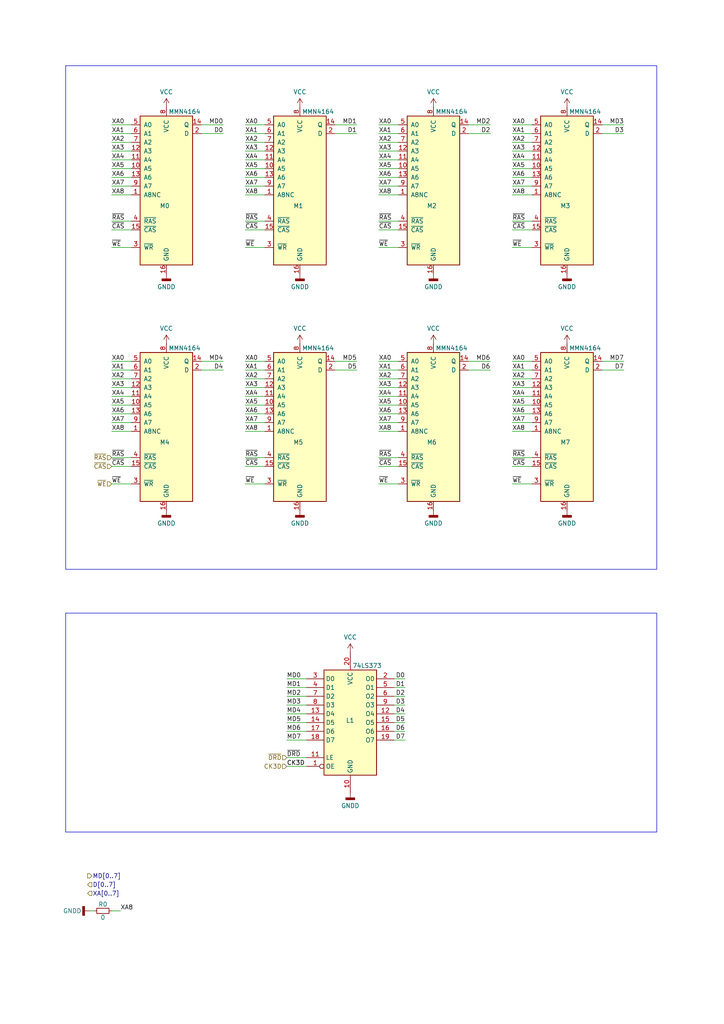
<source format=kicad_sch>
(kicad_sch (version 20231120) (generator "eeschema") (generator_version "8.0")
  (paper "A4" portrait)
  (title_block (title "Turbo Spectrum ( CoBra 2 ) ") (company "© 2022 The Cismas Foundation"))
  (lib_symbols
    (symbol "74xx:74LS373"
      (property "Reference" "U" (at -7.62 16.51 0))
      (property "Value" "74LS373" (at -7.62 -16.51 0))
      (symbol "74LS373_1_0"
        (pin input inverted (at -12.7 -12.7 0) (length 5.08) (name "OE") (number "1"))
        (pin power_in line (at 0 -20.32 90) (length 5.08) (name "GND") (number "10"))
        (pin input line (at -12.7 -10.16 0) (length 5.08) (name "LE") (number "11"))
        (pin tri_state line (at 12.7 2.54 180) (length 5.08) (name "O4") (number "12"))
        (pin input line (at -12.7 2.54 0) (length 5.08) (name "D4") (number "13"))
        (pin input line (at -12.7 0 0) (length 5.08) (name "D5") (number "14"))
        (pin tri_state line (at 12.7 0 180) (length 5.08) (name "O5") (number "15"))
        (pin tri_state line (at 12.7 -2.54 180) (length 5.08) (name "O6") (number "16"))
        (pin input line (at -12.7 -2.54 0) (length 5.08) (name "D6") (number "17"))
        (pin input line (at -12.7 -5.08 0) (length 5.08) (name "D7") (number "18"))
        (pin tri_state line (at 12.7 -5.08 180) (length 5.08) (name "O7") (number "19"))
        (pin tri_state line (at 12.7 12.7 180) (length 5.08) (name "O0") (number "2"))
        (pin power_in line (at 0 20.32 270) (length 5.08) (name "VCC") (number "20"))
        (pin input line (at -12.7 12.7 0) (length 5.08) (name "D0") (number "3"))
        (pin input line (at -12.7 10.16 0) (length 5.08) (name "D1") (number "4"))
        (pin tri_state line (at 12.7 10.16 180) (length 5.08) (name "O1") (number "5"))
        (pin tri_state line (at 12.7 7.62 180) (length 5.08) (name "O2") (number "6"))
        (pin input line (at -12.7 7.62 0) (length 5.08) (name "D2") (number "7"))
        (pin input line (at -12.7 5.08 0) (length 5.08) (name "D3") (number "8"))
        (pin tri_state line (at 12.7 5.08 180) (length 5.08) (name "O3") (number "9"))
      )
      (symbol "74LS373_1_1"
        (rectangle (start -7.62 15.24) (end 7.62 -15.24) (stroke (width 0.254)) (fill (type background)))
      )
    )
    (symbol "Cobra_original:MMN4164" (pin_names (offset 1.016))
      (property "Reference" "U24" (at -5.08 -3.175 0))
      (property "Value" "MMN4164" (at 1.905 -3.175 0))
      (symbol "MMN4164_1_1"
        (rectangle (start -7.62 25.4) (end 7.62 -17.78) (stroke (width 0.254)) (fill (type background)))
        (pin input line (at -10.16 2.54 0) (length 2.54) (name "A8NC") (number "1"))
        (pin input line (at -10.16 10.16 0) (length 2.54) (name "A5") (number "10"))
        (pin input line (at -10.16 12.7 0) (length 2.54) (name "A4") (number "11"))
        (pin input line (at -10.16 15.24 0) (length 2.54) (name "A3") (number "12"))
        (pin input line (at -10.16 7.62 0) (length 2.54) (name "A6") (number "13"))
        (pin tri_state line (at 10.16 22.86 180) (length 2.54) (name "Q") (number "14"))
        (pin input line (at -10.16 -7.62 0) (length 2.54) (name "~{CAS}") (number "15"))
        (pin power_in line (at 0 -20.32 90) (length 2.54) (name "GND") (number "16"))
        (pin tri_state line (at 10.16 20.32 180) (length 2.54) (name "D") (number "2"))
        (pin input line (at -10.16 -12.7 0) (length 2.54) (name "~{WR}") (number "3"))
        (pin input line (at -10.16 -5.08 0) (length 2.54) (name "~{RAS}") (number "4"))
        (pin input line (at -10.16 22.86 0) (length 2.54) (name "A0") (number "5"))
        (pin input line (at -10.16 20.32 0) (length 2.54) (name "A1") (number "6"))
        (pin input line (at -10.16 17.78 0) (length 2.54) (name "A2") (number "7"))
        (pin power_in line (at 0 27.94 270) (length 2.54) (name "VCC") (number "8"))
        (pin input line (at -10.16 5.08 0) (length 2.54) (name "A7") (number "9"))
      )
    )
    (symbol "Device:R_Small" (pin_numbers hide) (pin_names (offset 0.254) hide)
      (property "Reference" "R" (at 0.762 0.508 0))
      (property "Value" "R_Small" (at 0.762 -1.016 0))
      (symbol "R_Small_0_1"
        (rectangle (start -0.762 1.778) (end 0.762 -1.778) (stroke (width 0.2032)))
      )
      (symbol "R_Small_1_1"
        (pin passive line (at 0 2.54 270) (length 0.762) (name "~") (number "1"))
        (pin passive line (at 0 -2.54 90) (length 0.762) (name "~") (number "2"))
      )
    )
    (symbol "power:GNDD" (power) (pin_numbers hide) (pin_names (offset 0) hide)
      (property "Value" "GNDD" (at 0 -3.175 0))
      (symbol "GNDD_0_1"
        (rectangle (start -1.27 -1.524) (end 1.27 -2.032) (stroke (width 0.254)) (fill (type outline)))
        (polyline (pts (xy 0 0) (xy 0 -1.524)))
      )
      (symbol "GNDD_1_1"
        (pin power_in line (at 0 0 270) (length 0) (name "~") (number "1"))
      )
    )
    (symbol "power:VCC" (power) (pin_numbers hide) (pin_names (offset 0) hide)
      (property "Value" "VCC" (at 0 3.556 0))
      (symbol "VCC_0_1"
        (polyline (pts (xy -0.762 1.27) (xy 0 2.54)))
        (polyline (pts (xy 0 0) (xy 0 2.54)))
        (polyline (pts (xy 0 2.54) (xy 0.762 1.27)))
      )
      (symbol "VCC_1_1"
        (pin power_in line (at 0 0 90) (length 0) (name "~") (number "1"))
      )
    )
  )
  (wire (pts (xy 83.185 214.63) (xy 88.9 214.63)))
  (wire (pts (xy 109.855 125.095) (xy 115.57 125.095)))
  (wire (pts (xy 32.385 46.355) (xy 38.1 46.355)))
  (wire (pts (xy 71.12 66.675) (xy 76.835 66.675)))
  (wire (pts (xy 32.385 51.435) (xy 38.1 51.435)))
  (wire (pts (xy 109.855 107.315) (xy 115.57 107.315)))
  (wire (pts (xy 109.855 135.255) (xy 115.57 135.255)))
  (wire (pts (xy 148.59 132.715) (xy 154.305 132.715)))
  (wire (pts (xy 32.385 66.675) (xy 38.1 66.675)))
  (wire (pts (xy 114.3 209.55) (xy 117.475 209.55)))
  (wire (pts (xy 109.855 36.195) (xy 115.57 36.195)))
  (wire (pts (xy 148.59 36.195) (xy 154.305 36.195)))
  (wire (pts (xy 71.12 36.195) (xy 76.835 36.195)))
  (wire (pts (xy 71.12 56.515) (xy 76.835 56.515)))
  (wire (pts (xy 114.3 212.09) (xy 117.475 212.09)))
  (wire (pts (xy 109.855 71.755) (xy 115.57 71.755)))
  (wire (pts (xy 148.59 114.935) (xy 154.305 114.935)))
  (wire (pts (xy 71.12 109.855) (xy 76.835 109.855)))
  (wire (pts (xy 71.12 122.555) (xy 76.835 122.555)))
  (wire (pts (xy 109.855 104.775) (xy 115.57 104.775)))
  (wire (pts (xy 148.59 112.395) (xy 154.305 112.395)))
  (wire (pts (xy 114.3 199.39) (xy 117.475 199.39)))
  (wire (pts (xy 71.12 120.015) (xy 76.835 120.015)))
  (wire (pts (xy 71.12 51.435) (xy 76.835 51.435)))
  (wire (pts (xy 148.59 117.475) (xy 154.305 117.475)))
  (wire (pts (xy 32.385 114.935) (xy 38.1 114.935)))
  (wire (pts (xy 71.12 46.355) (xy 76.835 46.355)))
  (wire (pts (xy 83.185 207.01) (xy 88.9 207.01)))
  (wire (pts (xy 174.625 38.735) (xy 180.975 38.735)))
  (wire (pts (xy 83.185 209.55) (xy 88.9 209.55)))
  (wire (pts (xy 135.89 104.775) (xy 142.24 104.775)))
  (wire (pts (xy 114.3 201.93) (xy 117.475 201.93)))
  (wire (pts (xy 109.855 53.975) (xy 115.57 53.975)))
  (wire (pts (xy 32.385 112.395) (xy 38.1 112.395)))
  (wire (pts (xy 114.3 207.01) (xy 117.475 207.01)))
  (wire (pts (xy 148.59 53.975) (xy 154.305 53.975)))
  (wire (pts (xy 71.12 41.275) (xy 76.835 41.275)))
  (wire (pts (xy 174.625 104.775) (xy 180.975 104.775)))
  (wire (pts (xy 58.42 107.315) (xy 64.77 107.315)))
  (wire (pts (xy 71.12 64.135) (xy 76.835 64.135)))
  (wire (pts (xy 148.59 43.815) (xy 154.305 43.815)))
  (wire (pts (xy 148.59 135.255) (xy 154.305 135.255)))
  (wire (pts (xy 148.59 120.015) (xy 154.305 120.015)))
  (wire (pts (xy 71.12 107.315) (xy 76.835 107.315)))
  (wire (pts (xy 71.12 38.735) (xy 76.835 38.735)))
  (wire (pts (xy 174.625 107.315) (xy 180.975 107.315)))
  (wire (pts (xy 71.12 43.815) (xy 76.835 43.815)))
  (wire (pts (xy 58.42 104.775) (xy 64.77 104.775)))
  (wire (pts (xy 71.12 132.715) (xy 76.835 132.715)))
  (wire (pts (xy 109.855 64.135) (xy 115.57 64.135)))
  (wire (pts (xy 97.155 107.315) (xy 103.505 107.315)))
  (wire (pts (xy 71.12 48.895) (xy 76.835 48.895)))
  (wire (pts (xy 135.89 38.735) (xy 142.24 38.735)))
  (wire (pts (xy 58.42 36.195) (xy 64.77 36.195)))
  (wire (pts (xy 71.12 125.095) (xy 76.835 125.095)))
  (wire (pts (xy 32.385 41.275) (xy 38.1 41.275)))
  (wire (pts (xy 148.59 109.855) (xy 154.305 109.855)))
  (wire (pts (xy 109.855 51.435) (xy 115.57 51.435)))
  (wire (pts (xy 32.385 125.095) (xy 38.1 125.095)))
  (wire (pts (xy 148.59 107.315) (xy 154.305 107.315)))
  (wire (pts (xy 83.185 204.47) (xy 88.9 204.47)))
  (wire (pts (xy 32.385 107.315) (xy 38.1 107.315)))
  (wire (pts (xy 58.42 38.735) (xy 64.77 38.735)))
  (wire (pts (xy 148.59 66.675) (xy 154.305 66.675)))
  (wire (pts (xy 174.625 36.195) (xy 180.975 36.195)))
  (wire (pts (xy 148.59 46.355) (xy 154.305 46.355)))
  (wire (pts (xy 109.855 109.855) (xy 115.57 109.855)))
  (wire (pts (xy 109.855 117.475) (xy 115.57 117.475)))
  (wire (pts (xy 71.12 104.775) (xy 76.835 104.775)))
  (wire (pts (xy 71.12 117.475) (xy 76.835 117.475)))
  (wire (pts (xy 32.385 135.255) (xy 38.1 135.255)))
  (wire (pts (xy 71.12 114.935) (xy 76.835 114.935)))
  (wire (pts (xy 97.155 104.775) (xy 103.505 104.775)))
  (wire (pts (xy 83.185 222.25) (xy 88.9 222.25)))
  (wire (pts (xy 148.59 56.515) (xy 154.305 56.515)))
  (wire (pts (xy 114.3 204.47) (xy 117.475 204.47)))
  (wire (pts (xy 109.855 56.515) (xy 115.57 56.515)))
  (wire (pts (xy 148.59 122.555) (xy 154.305 122.555)))
  (wire (pts (xy 135.89 36.195) (xy 142.24 36.195)))
  (wire (pts (xy 83.185 201.93) (xy 88.9 201.93)))
  (wire (pts (xy 32.385 64.135) (xy 38.1 64.135)))
  (wire (pts (xy 109.855 120.015) (xy 115.57 120.015)))
  (wire (pts (xy 148.59 41.275) (xy 154.305 41.275)))
  (wire (pts (xy 148.59 140.335) (xy 154.305 140.335)))
  (wire (pts (xy 83.185 196.85) (xy 88.9 196.85)))
  (wire (pts (xy 148.59 51.435) (xy 154.305 51.435)))
  (wire (pts (xy 114.3 214.63) (xy 117.475 214.63)))
  (wire (pts (xy 32.385 53.975) (xy 38.1 53.975)))
  (wire (pts (xy 71.12 112.395) (xy 76.835 112.395)))
  (wire (pts (xy 109.855 122.555) (xy 115.57 122.555)))
  (wire (pts (xy 32.385 43.815) (xy 38.1 43.815)))
  (wire (pts (xy 26.035 264.16) (xy 27.305 264.16)))
  (wire (pts (xy 109.855 112.395) (xy 115.57 112.395)))
  (wire (pts (xy 71.12 71.755) (xy 76.835 71.755)))
  (wire (pts (xy 71.12 135.255) (xy 76.835 135.255)))
  (wire (pts (xy 109.855 48.895) (xy 115.57 48.895)))
  (wire (pts (xy 148.59 71.755) (xy 154.305 71.755)))
  (wire (pts (xy 32.385 109.855) (xy 38.1 109.855)))
  (wire (pts (xy 83.185 199.39) (xy 88.9 199.39)))
  (wire (pts (xy 109.855 132.715) (xy 115.57 132.715)))
  (wire (pts (xy 97.155 36.195) (xy 103.505 36.195)))
  (wire (pts (xy 109.855 140.335) (xy 115.57 140.335)))
  (wire (pts (xy 71.12 140.335) (xy 76.835 140.335)))
  (wire (pts (xy 32.385 122.555) (xy 38.1 122.555)))
  (wire (pts (xy 97.155 38.735) (xy 103.505 38.735)))
  (wire (pts (xy 109.855 66.675) (xy 115.57 66.675)))
  (wire (pts (xy 83.185 219.71) (xy 88.9 219.71)))
  (wire (pts (xy 135.89 107.315) (xy 142.24 107.315)))
  (wire (pts (xy 148.59 48.895) (xy 154.305 48.895)))
  (wire (pts (xy 148.59 64.135) (xy 154.305 64.135)))
  (wire (pts (xy 148.59 38.735) (xy 154.305 38.735)))
  (wire (pts (xy 32.385 140.335) (xy 38.1 140.335)))
  (wire (pts (xy 32.385 120.015) (xy 38.1 120.015)))
  (wire (pts (xy 114.3 196.85) (xy 117.475 196.85)))
  (wire (pts (xy 32.385 264.16) (xy 34.925 264.16)))
  (wire (pts (xy 32.385 117.475) (xy 38.1 117.475)))
  (wire (pts (xy 32.385 132.715) (xy 38.1 132.715)))
  (wire (pts (xy 109.855 46.355) (xy 115.57 46.355)))
  (wire (pts (xy 71.12 53.975) (xy 76.835 53.975)))
  (wire (pts (xy 32.385 71.755) (xy 38.1 71.755)))
  (wire (pts (xy 148.59 104.775) (xy 154.305 104.775)))
  (wire (pts (xy 109.855 41.275) (xy 115.57 41.275)))
  (wire (pts (xy 109.855 38.735) (xy 115.57 38.735)))
  (wire (pts (xy 109.855 114.935) (xy 115.57 114.935)))
  (wire (pts (xy 109.855 43.815) (xy 115.57 43.815)))
  (wire (pts (xy 148.59 125.095) (xy 154.305 125.095)))
  (wire (pts (xy 32.385 48.895) (xy 38.1 48.895)))
  (wire (pts (xy 32.385 38.735) (xy 38.1 38.735)))
  (wire (pts (xy 32.385 56.515) (xy 38.1 56.515)))
  (wire (pts (xy 32.385 104.775) (xy 38.1 104.775)))
  (wire (pts (xy 32.385 36.195) (xy 38.1 36.195)))
  (wire (pts (xy 83.185 212.09) (xy 88.9 212.09)))
  (rectangle (start 19.05 19.05) (end 190.5 165.1))
  (rectangle (start 19.05 177.8) (end 190.5 241.3))
  (label "D1" (at 117.475 199.39 180))
  (label "XA1" (at 148.59 107.315 0))
  (label "~{RAS}" (at 109.855 132.715 0))
  (label "XA5" (at 32.385 117.475 0))
  (label "XA5" (at 71.12 117.475 0))
  (label "D5" (at 117.475 209.55 180))
  (label "~{WE}" (at 32.385 71.755 0))
  (label "MD5" (at 103.505 104.775 180))
  (label "XA8" (at 109.855 56.515 0))
  (label "XA3" (at 32.385 43.815 0))
  (label "MD4" (at 64.77 104.775 180))
  (label "~{CAS}" (at 32.385 135.255 0))
  (label "XA4" (at 109.855 114.935 0))
  (label "~{WE}" (at 148.59 71.755 0))
  (label "MD6" (at 142.24 104.775 180))
  (label "MD2" (at 83.185 201.93 0))
  (label "XA1" (at 32.385 38.735 0))
  (label "XA1" (at 32.385 107.315 0))
  (label "XA2" (at 109.855 41.275 0))
  (label "D0" (at 64.77 38.735 180))
  (label "XA8" (at 71.12 125.095 0))
  (label "MD3" (at 83.185 204.47 0))
  (label "~{CAS}" (at 71.12 66.675 0))
  (label "XA8" (at 148.59 56.515 0))
  (label "XA8" (at 34.925 264.16 0))
  (label "D7" (at 180.975 107.315 180))
  (label "MD4" (at 83.185 207.01 0))
  (label "D3" (at 117.475 204.47 180))
  (label "MD7" (at 180.975 104.775 180))
  (label "XA1" (at 109.855 38.735 0))
  (label "XA6" (at 71.12 120.015 0))
  (label "~{WE}" (at 148.59 140.335 0))
  (label "XA8" (at 32.385 125.095 0))
  (label "XA5" (at 109.855 48.895 0))
  (label "~{WE}" (at 71.12 71.755 0))
  (label "XA8" (at 32.385 56.515 0))
  (label "~{RAS}" (at 109.855 64.135 0))
  (label "XA3" (at 148.59 112.395 0))
  (label "D5" (at 103.505 107.315 180))
  (label "~{RAS}" (at 71.12 64.135 0))
  (label "XA2" (at 71.12 109.855 0))
  (label "MD1" (at 83.185 199.39 0))
  (label "XA5" (at 71.12 48.895 0))
  (label "XA6" (at 109.855 51.435 0))
  (label "XA0" (at 71.12 36.195 0))
  (label "MD2" (at 142.24 36.195 180))
  (label "XA5" (at 32.385 48.895 0))
  (label "XA4" (at 32.385 114.935 0))
  (label "XA3" (at 148.59 43.815 0))
  (label "XA1" (at 148.59 38.735 0))
  (label "XA0" (at 32.385 104.775 0))
  (label "XA6" (at 32.385 120.015 0))
  (label "XA0" (at 109.855 104.775 0))
  (label "XA6" (at 148.59 120.015 0))
  (label "~{RAS}" (at 32.385 132.715 0))
  (label "~{CAS}" (at 109.855 66.675 0))
  (label "XA7" (at 109.855 122.555 0))
  (label "XA5" (at 148.59 48.895 0))
  (label "XA4" (at 109.855 46.355 0))
  (label "XA7" (at 32.385 53.975 0))
  (label "XA3" (at 109.855 43.815 0))
  (label "XA4" (at 32.385 46.355 0))
  (label "XA2" (at 148.59 41.275 0))
  (label "XA6" (at 32.385 51.435 0))
  (label "XA8" (at 71.12 56.515 0))
  (label "XA3" (at 109.855 112.395 0))
  (label "XA4" (at 148.59 114.935 0))
  (label "XA2" (at 71.12 41.275 0))
  (label "~{WE}" (at 71.12 140.335 0))
  (label "XA7" (at 32.385 122.555 0))
  (label "XA7" (at 109.855 53.975 0))
  (label "XA4" (at 71.12 114.935 0))
  (label "XA8" (at 109.855 125.095 0))
  (label "~{DRD}" (at 83.185 219.71 0))
  (label "XA0" (at 32.385 36.195 0))
  (label "D1" (at 103.505 38.735 180))
  (label "MD6" (at 83.185 212.09 0))
  (label "XA0" (at 148.59 36.195 0))
  (label "~{WE}" (at 109.855 71.755 0))
  (label "XA2" (at 109.855 109.855 0))
  (label "MD5" (at 83.185 209.55 0))
  (label "CK3D" (at 83.185 222.25 0))
  (label "~{CAS}" (at 148.59 135.255 0))
  (label "~{CAS}" (at 32.385 66.675 0))
  (label "MD0" (at 64.77 36.195 180))
  (label "XA1" (at 109.855 107.315 0))
  (label "~{CAS}" (at 71.12 135.255 0))
  (label "XA2" (at 32.385 109.855 0))
  (label "XA6" (at 71.12 51.435 0))
  (label "~{WE}" (at 32.385 140.335 0))
  (label "~{CAS}" (at 148.59 66.675 0))
  (label "XA7" (at 71.12 53.975 0))
  (label "XA8" (at 148.59 125.095 0))
  (label "MD1" (at 103.505 36.195 180))
  (label "~{RAS}" (at 32.385 64.135 0))
  (label "XA5" (at 148.59 117.475 0))
  (label "D2" (at 142.24 38.735 180))
  (label "MD3" (at 180.975 36.195 180))
  (label "XA3" (at 71.12 43.815 0))
  (label "D4" (at 64.77 107.315 180))
  (label "XA5" (at 109.855 117.475 0))
  (label "CK3D" (at 83.185 222.25 0))
  (label "XA4" (at 148.59 46.355 0))
  (label "XA1" (at 71.12 38.735 0))
  (label "D2" (at 117.475 201.93 180))
  (label "XA7" (at 148.59 53.975 0))
  (label "XA0" (at 71.12 104.775 0))
  (label "~{CAS}" (at 109.855 135.255 0))
  (label "MD0" (at 83.185 196.85 0))
  (label "D4" (at 117.475 207.01 180))
  (label "XA2" (at 32.385 41.275 0))
  (label "XA1" (at 71.12 107.315 0))
  (label "XA6" (at 109.855 120.015 0))
  (label "D6" (at 117.475 212.09 180))
  (label "MD7" (at 83.185 214.63 0))
  (label "~{WE}" (at 109.855 140.335 0))
  (label "XA3" (at 32.385 112.395 0))
  (label "XA6" (at 148.59 51.435 0))
  (label "XA0" (at 109.855 36.195 0))
  (label "XA7" (at 71.12 122.555 0))
  (label "~{RAS}" (at 148.59 64.135 0))
  (label "D0" (at 117.475 196.85 180))
  (label "XA2" (at 148.59 109.855 0))
  (label "XA3" (at 71.12 112.395 0))
  (label "~{RAS}" (at 71.12 132.715 0))
  (label "~{RAS}" (at 148.59 132.715 0))
  (label "D6" (at 142.24 107.315 180))
  (label "D3" (at 180.975 38.735 180))
  (label "XA0" (at 148.59 104.775 0))
  (label "D7" (at 117.475 214.63 180))
  (label "XA7" (at 148.59 122.555 0))
  (label "XA4" (at 71.12 46.355 0))
  (hierarchical_label "~{WE}" (shape input) (at 32.385 140.335 180))
  (hierarchical_label "CK3D" (shape input) (at 83.185 222.25 180))
  (hierarchical_label "~{CAS}" (shape input) (at 32.385 135.255 180))
  (hierarchical_label "MD[0..7]" (shape output) (at 25.4 254 0))
  (hierarchical_label "XA[0..7]" (shape input) (at 25.4 259.08 0))
  (hierarchical_label "~{RAS}" (shape input) (at 32.385 132.715 180))
  (hierarchical_label "D[0..7]" (shape input) (at 25.4 256.54 0))
  (hierarchical_label "~{DRD}" (shape input) (at 83.185 219.71 180))
  (symbol (lib_id "Cobra_original:MMN4164") (at 125.73 59.055 0) (unit 1)
    (property "Reference" "M2" (at 123.825 59.69 0) (effects (justify left)))
    (property "Value" "MMN4164" (at 126.365 32.385 0) (effects (justify left)))
    (property "Footprint" "Package_DIP:DIP-16_W7.62mm" (effects (hide yes)))
    (property "Description" "1bitx64kb (64Kbit) DRAM" (effects (hide yes)))
  )
  (symbol (lib_id "Cobra_original:MMN4164") (at 48.26 127.635 0) (unit 1)
    (property "Reference" "M4" (at 46.355 128.27 0) (effects (justify left)))
    (property "Value" "MMN4164" (at 48.895 100.965 0) (effects (justify left)))
    (property "Footprint" "Package_DIP:DIP-16_W7.62mm" (effects (hide yes)))
    (property "Description" "1bitx64kb (64Kbit) DRAM" (effects (hide yes)))
  )
  (symbol (lib_id "Cobra_original:MMN4164") (at 164.465 59.055 0) (unit 1)
    (property "Reference" "M3" (at 162.56 59.69 0) (effects (justify left)))
    (property "Value" "MMN4164" (at 165.1 32.385 0) (effects (justify left)))
    (property "Footprint" "Package_DIP:DIP-16_W7.62mm" (effects (hide yes)))
    (property "Description" "1bitx64kb (64Kbit) DRAM" (effects (hide yes)))
  )
  (symbol (lib_id "power:GNDD") (at 48.26 79.375 0) (unit 1)
    (property "Reference" "#PWR059" (effects (hide yes)))
    (property "Value" "GNDD" (at 48.26 83.185 0))
    (property "Description" "Power symbol creates a global label with name \"GNDD\" , digital ground" (effects (hide yes)))
  )
  (symbol (lib_id "Cobra_original:MMN4164") (at 164.465 127.635 0) (unit 1)
    (property "Reference" "M7" (at 162.56 128.27 0) (effects (justify left)))
    (property "Value" "MMN4164" (at 165.1 100.965 0) (effects (justify left)))
    (property "Footprint" "Package_DIP:DIP-16_W7.62mm" (effects (hide yes)))
    (property "Description" "1bitx64kb (64Kbit) DRAM" (effects (hide yes)))
  )
  (symbol (lib_id "power:GNDD") (at 164.465 79.375 0) (unit 1)
    (property "Reference" "#PWR071" (effects (hide yes)))
    (property "Value" "GNDD" (at 164.465 83.185 0))
    (property "Description" "Power symbol creates a global label with name \"GNDD\" , digital ground" (effects (hide yes)))
  )
  (symbol (lib_id "power:VCC") (at 125.73 99.695 0) (unit 1)
    (property "Reference" "#PWR068" (effects (hide yes)))
    (property "Value" "VCC" (at 125.73 95.25 0))
    (property "Description" "Power symbol creates a global label with name \"VCC\"" (effects (hide yes)))
  )
  (symbol (lib_id "power:GNDD") (at 101.6 229.87 0) (unit 1)
    (property "Reference" "#PWR075" (effects (hide yes)))
    (property "Value" "GNDD" (at 101.6 233.68 0))
    (property "Description" "Power symbol creates a global label with name \"GNDD\" , digital ground" (effects (hide yes)))
  )
  (symbol (lib_id "power:GNDD") (at 26.035 264.16 270) (unit 1)
    (property "Reference" "#PWR057" (effects (hide yes)))
    (property "Value" "GNDD" (at 20.955 264.16 90))
    (property "Description" "Power symbol creates a global label with name \"GNDD\" , digital ground" (effects (hide yes)))
  )
  (symbol (lib_id "power:VCC") (at 164.465 31.115 0) (unit 1)
    (property "Reference" "#PWR070" (effects (hide yes)))
    (property "Value" "VCC" (at 164.465 26.67 0))
    (property "Description" "Power symbol creates a global label with name \"VCC\"" (effects (hide yes)))
  )
  (symbol (lib_id "power:VCC") (at 86.995 99.695 0) (unit 1)
    (property "Reference" "#PWR064" (effects (hide yes)))
    (property "Value" "VCC" (at 86.995 95.25 0))
    (property "Description" "Power symbol creates a global label with name \"VCC\"" (effects (hide yes)))
  )
  (symbol (lib_id "power:VCC") (at 101.6 189.23 0) (unit 1)
    (property "Reference" "#PWR074" (effects (hide yes)))
    (property "Value" "VCC" (at 101.6 184.785 0))
    (property "Description" "Power symbol creates a global label with name \"VCC\"" (effects (hide yes)))
  )
  (symbol (lib_id "power:GNDD") (at 125.73 147.955 0) (unit 1)
    (property "Reference" "#PWR069" (effects (hide yes)))
    (property "Value" "GNDD" (at 125.73 151.765 0))
    (property "Description" "Power symbol creates a global label with name \"GNDD\" , digital ground" (effects (hide yes)))
  )
  (symbol (lib_id "power:GNDD") (at 86.995 79.375 0) (unit 1)
    (property "Reference" "#PWR063" (effects (hide yes)))
    (property "Value" "GNDD" (at 86.995 83.185 0))
    (property "Description" "Power symbol creates a global label with name \"GNDD\" , digital ground" (effects (hide yes)))
  )
  (symbol (lib_id "power:VCC") (at 125.73 31.115 0) (unit 1)
    (property "Reference" "#PWR066" (effects (hide yes)))
    (property "Value" "VCC" (at 125.73 26.67 0))
    (property "Description" "Power symbol creates a global label with name \"VCC\"" (effects (hide yes)))
  )
  (symbol (lib_id "power:GNDD") (at 125.73 79.375 0) (unit 1)
    (property "Reference" "#PWR067" (effects (hide yes)))
    (property "Value" "GNDD" (at 125.73 83.185 0))
    (property "Description" "Power symbol creates a global label with name \"GNDD\" , digital ground" (effects (hide yes)))
  )
  (symbol (lib_id "Device:R_Small") (at 29.845 264.16 90) (unit 1)
    (property "Reference" "R0" (at 29.845 262.255 90))
    (property "Value" "0" (at 29.845 266.065 90))
    (property "Footprint" "Resistor_THT:R_Axial_DIN0204_L3.6mm_D1.6mm_P7.62mm_Horizontal" (effects (hide yes)))
    (property "Description" "Resistor, small symbol" (effects (hide yes)))
  )
  (symbol (lib_id "power:GNDD") (at 164.465 147.955 0) (unit 1)
    (property "Reference" "#PWR073" (effects (hide yes)))
    (property "Value" "GNDD" (at 164.465 151.765 0))
    (property "Description" "Power symbol creates a global label with name \"GNDD\" , digital ground" (effects (hide yes)))
  )
  (symbol (lib_id "Cobra_original:MMN4164") (at 86.995 127.635 0) (unit 1)
    (property "Reference" "M5" (at 85.09 128.27 0) (effects (justify left)))
    (property "Value" "MMN4164" (at 87.63 100.965 0) (effects (justify left)))
    (property "Footprint" "Package_DIP:DIP-16_W7.62mm" (effects (hide yes)))
    (property "Description" "1bitx64kb (64Kbit) DRAM" (effects (hide yes)))
  )
  (symbol (lib_id "power:VCC") (at 48.26 99.695 0) (unit 1)
    (property "Reference" "#PWR060" (effects (hide yes)))
    (property "Value" "VCC" (at 48.26 95.25 0))
    (property "Description" "Power symbol creates a global label with name \"VCC\"" (effects (hide yes)))
  )
  (symbol (lib_id "Cobra_original:MMN4164") (at 125.73 127.635 0) (unit 1)
    (property "Reference" "M6" (at 123.825 128.27 0) (effects (justify left)))
    (property "Value" "MMN4164" (at 126.365 100.965 0) (effects (justify left)))
    (property "Footprint" "Package_DIP:DIP-16_W7.62mm" (effects (hide yes)))
    (property "Description" "1bitx64kb (64Kbit) DRAM" (effects (hide yes)))
  )
  (symbol (lib_id "power:GNDD") (at 86.995 147.955 0) (unit 1)
    (property "Reference" "#PWR065" (effects (hide yes)))
    (property "Value" "GNDD" (at 86.995 151.765 0))
    (property "Description" "Power symbol creates a global label with name \"GNDD\" , digital ground" (effects (hide yes)))
  )
  (symbol (lib_id "power:GNDD") (at 48.26 147.955 0) (unit 1)
    (property "Reference" "#PWR061" (effects (hide yes)))
    (property "Value" "GNDD" (at 48.26 151.765 0))
    (property "Description" "Power symbol creates a global label with name \"GNDD\" , digital ground" (effects (hide yes)))
  )
  (symbol (lib_id "power:VCC") (at 86.995 31.115 0) (unit 1)
    (property "Reference" "#PWR062" (effects (hide yes)))
    (property "Value" "VCC" (at 86.995 26.67 0))
    (property "Description" "Power symbol creates a global label with name \"VCC\"" (effects (hide yes)))
  )
  (symbol (lib_id "74xx:74LS373") (at 101.6 209.55 0) (unit 1)
    (property "Reference" "L1" (at 100.33 208.915 0) (effects (justify left)))
    (property "Value" "74LS373" (at 102.235 193.04 0) (effects (justify left)))
    (property "Footprint" "Package_DIP:DIP-20_W7.62mm" (effects (hide yes)))
    (property "Datasheet" "http://www.ti.com/lit/gpn/sn74LS373" (effects (hide yes)))
    (property "Description" "8-bit Latch, 3-state outputs" (effects (hide yes)))
  )
  (symbol (lib_id "Cobra_original:MMN4164") (at 86.995 59.055 0) (unit 1)
    (property "Reference" "M1" (at 85.09 59.69 0) (effects (justify left)))
    (property "Value" "MMN4164" (at 87.63 32.385 0) (effects (justify left)))
    (property "Footprint" "Package_DIP:DIP-16_W7.62mm" (effects (hide yes)))
    (property "Description" "1bitx64kb (64Kbit) DRAM" (effects (hide yes)))
  )
  (symbol (lib_id "power:VCC") (at 48.26 31.115 0) (unit 1)
    (property "Reference" "#PWR058" (effects (hide yes)))
    (property "Value" "VCC" (at 48.26 26.67 0))
    (property "Description" "Power symbol creates a global label with name \"VCC\"" (effects (hide yes)))
  )
  (symbol (lib_id "Cobra_original:MMN4164") (at 48.26 59.055 0) (unit 1)
    (property "Reference" "M0" (at 46.355 59.69 0) (effects (justify left)))
    (property "Value" "MMN4164" (at 48.895 32.385 0) (effects (justify left)))
    (property "Footprint" "Package_DIP:DIP-16_W7.62mm" (effects (hide yes)))
    (property "Description" "1bitx64kb (64Kbit) DRAM" (effects (hide yes)))
  )
  (symbol (lib_id "power:VCC") (at 164.465 99.695 0) (unit 1)
    (property "Reference" "#PWR072" (effects (hide yes)))
    (property "Value" "VCC" (at 164.465 95.25 0))
    (property "Description" "Power symbol creates a global label with name \"VCC\"" (effects (hide yes)))
  )
)
</source>
